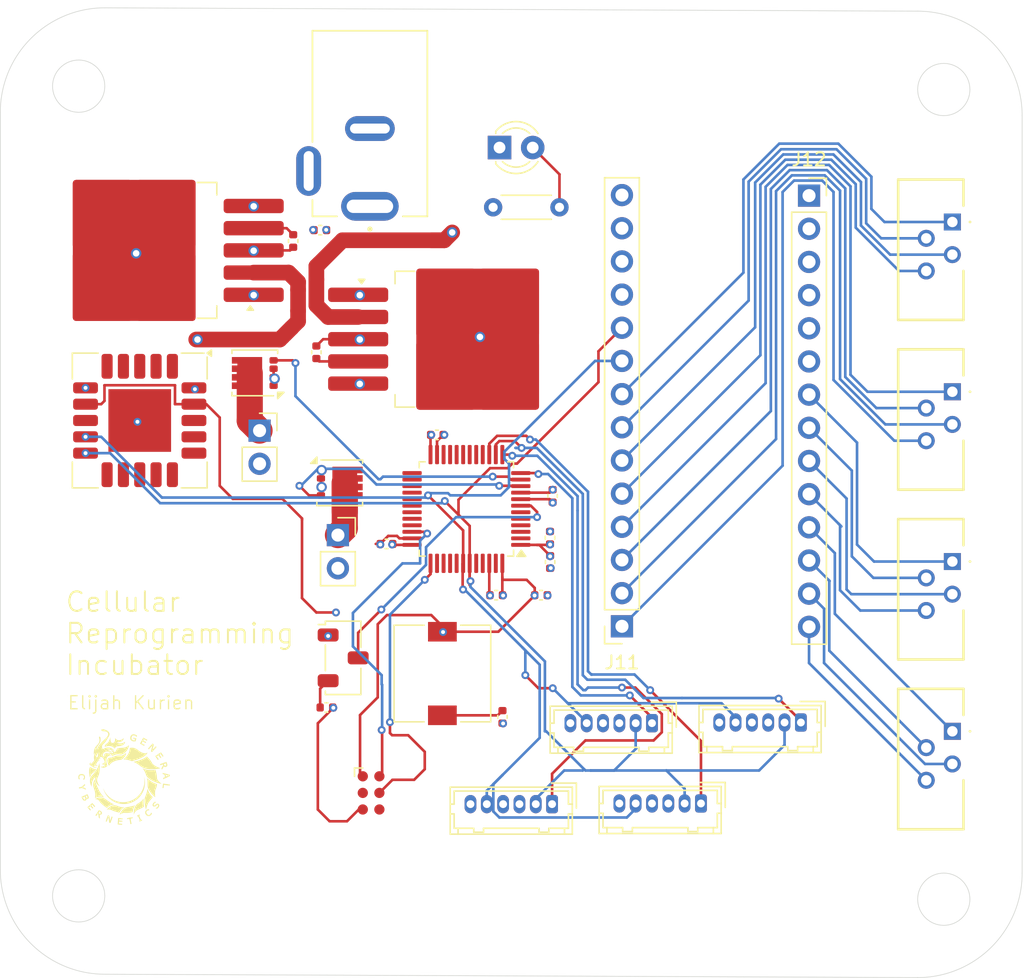
<source format=kicad_pcb>
(kicad_pcb (version 20240108) (generator "pcbnew") (generator_version "8.0")
  (layers (0 "F.Cu" signal) (1 "In1.Cu" power "Power") (2 "In2.Cu" power "GND") (31 "B.Cu" signal) (34 "B.Paste" user) (35 "F.Paste" user) (36 "B.SilkS" user "B.Silkscreen") (37 "F.SilkS" user "F.Silkscreen") (38 "B.Mask" user) (39 "F.Mask" user) (44 "Edge.Cuts" user))
  (net 0 "")
  (net 1 "GND")
  (net 2 "Net-(U4-FB)")
  (net 3 "Net-(SW2-A)")
  (net 4 "Net-(U1-FB)")
  (net 5 "+3.3V")
  (net 6 "Net-(C25-Pad1)")
  (net 7 "Net-(D2-A)")
  (net 8 "Net-(J11-Pin_5)")
  (net 9 "Net-(J11-Pin_6)")
  (net 10 "Net-(J11-Pin_8)")
  (net 11 "Net-(J11-Pin_7)")
  (net 12 "Net-(J11-Pin_1)")
  (net 13 "Net-(J11-Pin_4)")
  (net 14 "Net-(J11-Pin_2)")
  (net 15 "Net-(J11-Pin_3)")
  (net 16 "/I2C_SDA")
  (net 17 "+5V")
  (net 18 "Net-(J12-Pin_9)")
  (net 19 "Net-(J12-Pin_13)")
  (net 20 "Net-(J12-Pin_12)")
  (net 21 "Net-(J12-Pin_8)")
  (net 24 "Net-(J12-Pin_7)")
  (net 26 "Net-(J12-Pin_14)")
  (net 27 "Net-(J12-Pin_11)")
  (net 28 "Net-(J12-Pin_10)")
  (net 30 "/SWDIO")
  (net 32 "/SWCLK")
  (net 34 "Net-(J16-Pin_1)")
  (net 35 "+12V")
  (net 36 "Net-(Q1-D)")
  (net 37 "/PELT_OUT")
  (net 38 "/SOLEN_OUT")
  (net 39 "/NRST")
  (net 40 "/I2C_SCK")
  (net 43 "/IRQn3")
  (net 58 "/IRQn4")
  (net 74 "/IRQn1")
  (net 76 "/IRQn2")
  (footprint "Package_TO_SOT_SMD:TO-263-5_TabPin3" (layer "F.Cu") (at 141.05 85.375)
    (property "Reference" "U1" (hide yes))
    (property "Value" "LM2576HVS-3.3")
  )
  (footprint "Capacitor_SMD:C_0402_1005Metric" (layer "F.Cu") (at 147.4 104.975)
    (property "Reference" "C24" (hide yes))
    (property "Value" "1uF")
  )
  (footprint "Capacitor_SMD:C_0402_1005Metric" (layer "F.Cu") (at 130.5 77.025 180)
    (property "Reference" "C1" (hide yes))
    (property "Value" "1uF")
  )
  (footprint "Connector_PinSocket_2.54mm:PinSocket_1x14_P2.54mm_Vertical" (layer "F.Cu") (at 167.925 74.38)
    (property "Reference" "J12")
    (property "Value" "Conn_01x14_Pin")
  )
  (footprint "Capacitor_SMD:C_0402_1005Metric" (layer "F.Cu") (at 139.43 92.7)
    (property "Reference" "C16" (hide yes))
    (property "Value" "1uF")
  )
  (footprint "Sensor:Sensirion_SCD4x-1EP_10.1x10.1mm_P1.25mm_EP4.8x4.8mm" (layer "F.Cu") (at 116.675 91.6 -90)
    (property "Reference" "U2" (hide yes))
    (property "Value" "SCD41-D-R2")
  )
  (footprint "Capacitor_SMD:C_0402_1005Metric" (layer "F.Cu") (at 135.57 101.05 180)
    (property "Reference" "C21" (hide yes))
    (property "Value" "100nF")
  )
  (footprint "barrel_jack_EJ508A:MPD_EJ508A" (layer "F.Cu") (at 134.3 72.495 180)
    (property "Reference" "J18" (hide yes))
    (property "Value" "EJ508A")
  )
  (footprint "Connector_PinSocket_2.54mm:PinSocket_1x02_P2.54mm_Vertical" (layer "F.Cu") (at 131.85 100.375)
    (property "Reference" "J16" (hide yes))
    (property "Value" "Conn_01x02_Socket")
  )
  (footprint "microfluidics:39532045" (layer "F.Cu") (at 178.9 115.4 -90)
    (property "Reference" "J14" (hide yes))
    (property "Value" "39-53-2045" (hide yes))
  )
  (footprint "microfluidics:39532045" (layer "F.Cu") (at 178.9 102.4 -90)
    (property "Reference" "J13" (hide yes))
    (property "Value" "39-53-2045" (hide yes))
  )
  (footprint "Connector_Hirose:Hirose_DF13-06P-1.25DSA_1x06_P1.25mm_Vertical" (layer "F.Cu") (at 148.25 120.975 180)
    (property "Reference" "J4" (hide yes))
    (property "Value" "Conn_01x06_Pin")
  )
  (footprint "Package_TO_SOT_SMD:TO-263-5_TabPin3" (layer "F.Cu") (at 117.75 78.575 180)
    (property "Reference" "U4" (hide yes))
    (property "Value" "LM2576HVS-5")
  )
  (footprint "Connector_Hirose:Hirose_DF13-06P-1.25DSA_1x06_P1.25mm_Vertical" (layer "F.Cu") (at 159.65 120.925 180)
    (property "Reference" "J2" (hide yes))
    (property "Value" "Conn_01x06_Pin")
  )
  (footprint "LOGO" (layer "F.Cu") (at 115.5 119.149234)
    (property "Reference" "G***" (hide yes))
    (property "Value" "LOGO" (hide yes))
  )
  (footprint "Connector_Hirose:Hirose_DF13-06P-1.25DSA_1x06_P1.25mm_Vertical" (layer "F.Cu") (at 167.3 114.725 180)
    (property "Reference" "J1" (hide yes))
    (property "Value" "Conn_01x06_Pin")
  )
  (footprint "Package_QFP:LQFP-48_7x7mm_P0.5mm" (layer "F.Cu") (at 141.69 98.375 180)
    (property "Reference" "U6" (hide yes))
    (property "Value" "STM32F410C8Tx")
  )
  (footprint "Connector:Tag-Connect_TC2030-IDC-FP_2x03_P1.27mm_Vertical" (layer "F.Cu") (at 134.39 120.115 -90)
    (property "Reference" "J15" (hide yes))
    (property "Value" "Conn_ARM_SWD_TagConnect_TC2030")
  )
  (footprint "Connector_PinSocket_2.54mm:PinSocket_1x02_P2.54mm_Vertical" (layer "F.Cu") (at 125.85 92.375)
    (property "Reference" "PE1" (hide yes))
    (property "Value" "PeltierElement")
  )
  (footprint "Capacitor_SMD:C_0402_1005Metric" (layer "F.Cu") (at 130.97 113.575 180)
    (property "Reference" "C14" (hide yes))
    (property "Value" "100nF")
  )
  (footprint "LED_THT:LED_D3.0mm" (layer "F.Cu") (at 144.225 70.7)
    (property "Reference" "D2" (hide yes))
    (property "Value" "LED")
  )
  (footprint "Capacitor_SMD:C_0402_1005Metric" (layer "F.Cu") (at 148.1 102.435 -90)
    (property "Reference" "C2" (hide yes))
    (property "Value" "100nF")
  )
  (footprint "Capacitor_SMD:C_0402_1005Metric" (layer "F.Cu") (at 148.09 100.575 90)
    (property "Reference" "C18" (hide yes))
    (property "Value" "100nF")
  )
  (footprint "Package_SON:VSON-8_3.3x3.3mm_P0.65mm_NexFET" (layer "F.Cu") (at 131.99 96.365)
    (property "Reference" "Q2" (hide yes))
    (property "Value" "CSD16327Q3")
  )
  (footprint "Capacitor_SMD:C_0402_1005Metric" (layer "F.Cu") (at 143.97 104.975 180)
    (property "Reference" "C23" (hide yes))
    (property "Value" "100nF")
  )
  (footprint "Connector_Hirose:Hirose_DF13-06P-1.25DSA_1x06_P1.25mm_Vertical" (layer "F.Cu") (at 155.9 114.775 180)
    (property "Reference" "J3" (hide yes))
    (property "Value" "Conn_01x06_Pin")
  )
  (footprint "Package_SON:VSON-8_3.3x3.3mm_P0.65mm_NexFET" (layer "F.Cu") (at 125.485 87.965 180)
    (property "Reference" "Q1" (hide yes))
    (property "Value" "CSD16327Q3")
  )
  (footprint "Connector_PinSocket_2.54mm:PinSocket_1x14_P2.54mm_Vertical" (layer "F.Cu") (at 153.6 107.36 180)
    (property "Reference" "J11")
    (property "Value" "Conn_01x14_Pin")
  )
  (footprint "Inductor_SMD:L_7.3x7.3_H4.5" (layer "F.Cu") (at 139.85 110.975 90)
    (property "Reference" "FB2" (hide yes))
    (property "Value" "120R")
  )
  (footprint "Button_Switch_SMD:Nidec_Copal_CAS-120A" (layer "F.Cu") (at 132.25 109.775)
    (property "Reference" "SW2" (hide yes))
    (property "Value" "SW_Nidec_CAS-120A1")
  )
  (footprint "Capacitor_SMD:C_0402_1005Metric" (layer "F.Cu") (at 128.425 77.855 90)
    (property "Reference" "C11" (hide yes))
    (property "Value" "1uF")
  )
  (footprint "microfluidics:39532045" (layer "F.Cu") (at 178.9 76.4 -90)
    (property "Reference" "J8" (hide yes))
    (property "Value" "39-53-2045" (hide yes))
  )
  (footprint "Capacitor_SMD:C_0402_1005Metric" (layer "F.Cu") (at 148.29 97.375 -90)
    (property "Reference" "C22" (hide yes))
    (property "Value" "100nF")
  )
  (footprint "Capacitor_SMD:C_0402_1005Metric" (layer "F.Cu") (at 130.2 86.375 -90)
    (property "Reference" "C15" (hide yes))
    (property "Value" "100nF")
  )
  (footprint "Resistor_THT:R_Axial_DIN0204_L3.6mm_D1.6mm_P5.08mm_Horizontal" (layer "F.Cu") (at 143.735 75.275)
    (property "Reference" "R2" (hide yes))
    (property "Value" "220R")
  )
  (footprint "microfluidics:39532045" (layer "F.Cu") (at 178.9 89.4 -90)
    (property "Reference" "J10" (hide yes))
    (property "Value" "39-53-2045" (hide yes))
  )
  (footprint "Capacitor_SMD:C_0402_1005Metric" (layer "F.Cu") (at 144.45 114.295 -90)
    (property "Reference" "C25" (hide yes))
    (property "Value" "1uF")
  )
  (gr_arc (start 184.243146 126.256854) (mid 181.9 131.913708) (end 176.243146 134.256854) (stroke (width 0.05)) (layer "Edge.Cuts"))
  (gr_line (start 114 134) (end 176.243146 134.256854) (stroke (width 0.05)) (layer "Edge.Cuts"))
  (gr_circle (center 178.243146 128.256854) (end 178.243146 126.256854) (stroke (width 0.05)) (fill none) (layer "Edge.Cuts"))
  (gr_line (start 106 68) (end 106 126) (stroke (width 0.05)) (layer "Edge.Cuts"))
  (gr_line (start 114 60) (end 176.243146 60.256854) (stroke (width 0.05)) (layer "Edge.Cuts"))
  (gr_circle (center 112 128) (end 112 126) (stroke (width 0.05)) (fill none) (layer "Edge.Cuts"))
  (gr_arc (start 106 68) (mid 108.343146 62.343146) (end 114 60) (stroke (width 0.05)) (layer "Edge.Cuts"))
  (gr_arc (start 176.243146 60.256854) (mid 181.9 62.6) (end 184.243146 68.256854) (stroke (width 0.05)) (layer "Edge.Cuts"))
  (gr_line (start 184.243146 68.256854) (end 184.243146 126.256854) (stroke (width 0.05)) (layer "Edge.Cuts"))
  (gr_arc (start 114 134) (mid 108.343146 131.656854) (end 106 126) (stroke (width 0.05)) (layer "Edge.Cuts"))
  (gr_circle (center 178.243146 66.256854) (end 178.243146 64.256854) (stroke (width 0.05)) (fill none) (layer "Edge.Cuts"))
  (gr_circle (center 112 66) (end 112 64) (stroke (width 0.05)) (fill none) (layer "Edge.Cuts"))
  (gr_text "Elijah Kurien" (at 111.1 113.8 0) (layer "F.SilkS") (effects (font (size 1 1) (thickness 0.1)) (justify left bottom)))
  (gr_text "Cellular\nReprogramming\nIncubator" (at 110.9 111.2 0) (layer "F.SilkS") (effects (font (size 1.5 1.5)) (justify left bottom)))
  (segment (start 140 92.7) (end 140 92.61) (width 0.2) (layer "F.Cu") (net 1))
  (segment (start 130.31255 114.78745) (end 131.5 113.6) (width 0.2) (layer "F.Cu") (net 1))
  (segment (start 129.95 77) (end 129.975 77.025) (width 0.2) (layer "F.Cu") (net 1))
  (segment (start 129.875979 77.025) (end 129.925 77.025) (width 0.2) (layer "F.Cu") (net 1))
  (segment (start 137.5275 100.625) (end 136.561134 100.625) (width 0.2) (layer "F.Cu") (net 1))
  (segment (start 130.025 77.025) (end 130.05 77) (width 0.2) (layer "F.Cu") (net 1))
  (segment (start 135.1 101.1) (end 135.1 101.065) (width 0.2) (layer "F.Cu") (net 1))
  (segment (start 130.31255 121.386833) (end 130.31255 114.78745) (width 0.2) (layer "F.Cu") (net 1))
  (segment (start 132.546115 122.28745) (end 131.213167 122.28745) (width 0.2) (layer "F.Cu") (net 1))
  (segment (start 135.7 100.44) (end 135.09 101.05) (width 0.2) (layer "F.Cu") (net 1))
  (segment (start 140 92.61) (end 139.91 92.7) (width 0.2) (layer "F.Cu") (net 1))
  (segment (start 133.448565 121.385) (end 132.546115 122.28745) (width 0.2) (layer "F.Cu") (net 1))
  (segment (start 128.185 78.575) (end 128.425 78.335) (width 0.2) (layer "F.Cu") (net 1))
  (segment (start 136.376134 100.44) (end 135.7 100.44) (width 0.2) (layer "F.Cu") (net 1))
  (segment (start 131.213167 122.28745) (end 130.31255 121.386833) (width 0.2) (layer "F.Cu") (net 1))
  (segment (start 135.135 101.1) (end 135.1 101.1) (width 0.2) (layer "F.Cu") (net 1))
  (segment (start 133.4 85.375) (end 130.72 85.375) (width 0.2) (layer "F.Cu") (net 1))
  (segment (start 143.44 104.925) (end 143.49 104.975) (width 0.2) (layer "F.Cu") (net 1))
  (segment (start 148.06 97.625) (end 148.29 97.855) (width 0.2) (layer "F.Cu") (net 1))
  (segment (start 135.09 101.05) (end 134.75 101.05) (width 0.2) (layer "F.Cu") (net 1))
  (segment (start 139.44 93.17) (end 139.91 92.7) (width 0.2) (layer "F.Cu") (net 1))
  (segment (start 136.561134 100.625) (end 136.376134 100.44) (width 0.2) (layer "F.Cu") (net 1))
  (segment (start 143.44 102.5375) (end 143.44 104.925) (width 0.2) (layer "F.Cu") (net 1))
  (segment (start 135.16 101.125) (end 135.135 101.1) (width 0.2) (layer "F.Cu") (net 1))
  (segment (start 130.72 85.375) (end 130.2 85.895) (width 0.2) (layer "F.Cu") (net 1))
  (segment (start 135.1 101.065) (end 135.09 101.055) (width 0.2) (layer "F.Cu") (net 1))
  (segment (start 129.850201 76.999222) (end 129.875979 77.025) (width 0.2) (layer "F.Cu") (net 1))
  (segment (start 129.925 77.025) (end 129.95 77) (width 0.2) (layer "F.Cu") (net 1))
  (segment (start 139.91 92.7) (end 140 92.7) (width 0.2) (layer "F.Cu") (net 1))
  (segment (start 145.8525 97.625) (end 148.06 97.625) (width 0.2) (layer "F.Cu") (net 1))
  (segment (start 129.875979 77.025) (end 130.025 77.025) (width 0.2) (layer "F.Cu") (net 1))
  (segment (start 125.4 78.575) (end 128.185 78.575) (width 0.2) (layer "F.Cu") (net 1))
  (segment (start 129.975 77.025) (end 130.02 77.025) (width 0.2) (layer "F.Cu") (net 1))
  (segment (start 139.44 94.2125) (end 139.44 93.17) (width 0.2) (layer "F.Cu") (net 1))
  (segment (start 133.755 121.385) (end 133.448565 121.385) (width 0.2) (layer "F.Cu") (net 1))
  (via (at 148.1 100.1) (size 0.6) (drill 0.3) (layers "F.Cu" "B.Cu") (net 1))
  (via (at 125.4 75.2) (size 0.8) (drill 0.5) (layers "F.Cu" "B.Cu") (net 1))
  (via (at 131.5 113.6) (size 0.6) (drill 0.3) (layers "F.Cu" "B.Cu") (net 1))
  (via (at 120.9 89.2) (size 0.6) (drill 0.3) (layers "F.Cu" "B.Cu") (net 1))
  (via (at 116.5 91.7) (size 0.6) (drill 0.3) (layers "F.Cu" "B.Cu") (net 1))
  (via (at 133.525 85.4) (size 0.8) (drill 0.5) (layers "F.Cu" "B.Cu") (net 1))
  (via (at 144.5 114.8) (size 0.6) (drill 0.3) (layers "F.Cu" "B.Cu") (net 1))
  (via (at 148.15 102.9) (size 0.6) (drill 0.3) (layers "F.Cu" "B.Cu") (net 1))
  (via (at 125.4 78.6) (size 0.8) (drill 0.5) (layers "F.Cu" "B.Cu") (net 1))
  (via (at 140 92.7) (size 0.6) (drill 0.3) (layers "F.Cu" "B.Cu") (net 1))
  (via (at 129.95 77) (size 0.6) (drill 0.3) (layers "F.Cu" "B.Cu") (net 1))
  (via (at 116.4 78.8) (size 0.8) (drill 0.5) (layers "F.Cu" "B.Cu") (net 1))
  (via (at 131.1 108.1) (size 0.6) (drill 0.3) (layers "F.Cu" "B.Cu") (net 1))
  (via (at 148.3 97.9) (size 0.6) (drill 0.3) (layers "F.Cu" "B.Cu") (net 1))
  (via (at 147.91 105) (size 0.6) (drill 0.3) (layers "F.Cu" "B.Cu") (net 1))
  (via (at 143.5 105) (size 0.6) (drill 0.3) (layers "F.Cu" "B.Cu") (net 1))
  (via (at 112.525 89.1) (size 0.6) (drill 0.3) (layers "F.Cu" "B.Cu") (net 1))
  (via (at 135.1 101.1) (size 0.6) (drill 0.3) (layers "F.Cu" "B.Cu") (net 1))
  (via (at 133.525 88.8) (size 0.8) (drill 0.5) (layers "F.Cu" "B.Cu") (net 1))
  (via (at 142.725 85.2) (size 0.8) (drill 0.5) (layers "F.Cu" "B.Cu") (net 1))
  (segment (start 127.925 76.875) (end 128.425 77.375) (width 0.2) (layer "F.Cu") (net 2))
  (segment (start 125.4 76.875) (end 127.925 76.875) (width 0.2) (layer "F.Cu") (net 2))
  (segment (start 130.49 112.135) (end 130.49 113.575) (width 0.2) (layer "F.Cu") (net 3))
  (segment (start 131.1 111.525) (end 130.49 112.135) (width 0.2) (layer "F.Cu") (net 3))
  (segment (start 130.42 87.075) (end 130.2 86.855) (width 0.2) (layer "F.Cu") (net 4))
  (segment (start 133.4 87.075) (end 130.42 87.075) (width 0.2) (layer "F.Cu") (net 4))
  (segment (start 136.1 101.1) (end 136 101.1) (width 0.2) (layer "F.Cu") (net 5))
  (segment (start 122.8 91.375001) (end 122.8 96.6) (width 0.2) (layer "F.Cu") (net 5))
  (segment (start 148.3 96.885) (end 148.29 96.895) (width 0.2) (layer "F.Cu") (net 5))
  (segment (start 134.9 112.8) (end 134.9 107.2) (width 0.2) (layer "F.Cu") (net 5))
  (segment (start 144.135 107.775) (end 139.925 107.775) (width 0.2) (layer "F.Cu") (net 5))
  (segment (start 144.5 105.025) (end 144.45 104.975) (width 0.2) (layer "F.Cu") (net 5))
  (segment (start 138.94 94.2125) (end 138.94 92.71) (width 0.2) (layer "F.Cu") (net 5))
  (segment (start 133.755 118.845) (end 133.5447 118.6347) (width 0.2) (layer "F.Cu") (net 5))
  (segment (start 147.1 101.125) (end 148.02 101.125) (width 0.2) (layer "F.Cu") (net 5))
  (segment (start 113.725 90.35) (end 112.525 90.35) (width 0.2) (layer "F.Cu") (net 5))
  (segment (start 123.8 97.6) (end 127.6 97.6) (width 0.2) (layer "F.Cu") (net 5))
  (segment (start 137.5275 101.125) (end 136.125 101.125) (width 0.2) (layer "F.Cu") (net 5))
  (segment (start 148.045 101.1) (end 148.1 101.1) (width 0.2) (layer "F.Cu") (net 5))
  (segment (start 139 106.5) (end 139.85 107.35) (width 0.2) (layer "F.Cu") (net 5))
  (segment (start 136 101) (end 136.05 101.05) (width 0.2) (layer "F.Cu") (net 5))
  (segment (start 144.5 105) (end 144.5 105.025) (width 0.2) (layer "F.Cu") (net 5))
  (segment (start 139 92.7) (end 139 92.65) (width 0.2) (layer "F.Cu") (net 5))
  (segment (start 148.02 101.125) (end 148.045 101.1) (width 0.2) (layer "F.Cu") (net 5))
  (segment (start 140.6 77.2) (end 140 77.8) (width 1.2) (layer "F.Cu") (net 5))
  (segment (start 146.685 104.975) (end 146.91 105) (width 0.2) (layer "F.Cu") (net 5))
  (segment (start 113.975 88.9) (end 113.975 90.1) (width 0.2) (layer "F.Cu") (net 5))
  (segment (start 148.1 101.1) (end 148.1 101.045) (width 0.2) (layer "F.Cu") (net 5))
  (segment (start 133.5447 114.1553) (end 134.9 112.8) (width 0.2) (layer "F.Cu") (net 5))
  (segment (start 148.3 96.9) (end 148.3 96.885) (width 0.2) (layer "F.Cu") (net 5))
  (segment (start 136 101.1) (end 136 101) (width 0.2) (layer "F.Cu") (net 5))
  (segment (start 139 92.65) (end 138.95 92.7) (width 0.2) (layer "F.Cu") (net 5))
  (segment (start 144.44 103.6) (end 144.44 103.84) (width 0.2) (layer "F.Cu") (net 5))
  (segment (start 144.475 105) (end 144.5 105) (width 0.2) (layer "F.Cu") (net 5))
  (segment (start 140 77.8) (end 132.2 77.8) (width 1.2) (layer "F.Cu") (net 5))
  (segment (start 129.1 105.2) (end 130.2 106.3) (width 0.2) (layer "F.Cu") (net 5))
  (segment (start 129.1 99.1) (end 129.1 99.2) (width 0.2) (layer "F.Cu") (net 5))
  (segment (start 146.91 105) (end 144.135 107.775) (width 0.2) (layer "F.Cu") (net 5))
  (segment (start 145.8525 101.125) (end 147.1 101.125) (width 0.2) (layer "F.Cu") (net 5))
  (segment (start 132.2 77.8) (end 130.2 79.8) (width 1.2) (layer "F.Cu") (net 5))
  (segment (start 131.1 83.675) (end 133.4 83.675) (width 1.2) (layer "F.Cu") (net 5))
  (segment (start 144.44 103.6) (end 144.44 104.965) (width 0.2) (layer "F.Cu") (net 5))
  (segment (start 148.285 96.9) (end 148.3 96.9) (width 0.2) (layer "F.Cu") (net 5))
  (segment (start 134.9 107.2) (end 135.6 106.5) (width 0.2) (layer "F.Cu") (net 5))
  (segment (start 130.2 80.8) (end 130.2 79.8) (width 1.2) (layer "F.Cu") (net 5))
  (segment (start 129.1 99.2) (end 129.1 105.2) (width 0.2) (layer "F.Cu") (net 5))
  (segment (start 146.3 103.8) (end 146.92 104.42) (width 0.2) (layer "F.Cu") (net 5))
  (segment (start 140 77.8) (end 139 77.8) (width 1.2) (layer "F.Cu") (net 5))
  (segment (start 130.2 106.3) (end 131.7 106.3) (width 0.2) (layer "F.Cu") (net 5))
  (segment (start 139.925 107.775) (end 139.9 107.8) (width 0.2) (layer "F.Cu") (net 5))
  (segment (start 130.2 79.8) (end 130.4 79.6) (width 1.2) (layer "F.Cu") (net 5))
  (segment (start 148.1 101.955) (end 148.1 102) (width 0.2) (layer "F.Cu") (net 5))
  (segment (start 148.06 97.125) (end 148.285 96.9) (width 0.2) (layer "F.Cu") (net 5))
  (segment (start 133.5447 118.6347) (end 133.5447 114.1553) (width 0.2) (layer "F.Cu") (net 5))
  (segment (start 122.8 96.6) (end 123.8 97.6) (width 0.2) (layer "F.Cu") (net 5))
  (segment (start 144.44 104.965) (end 144.475 105) (width 0.2) (layer "F.Cu") (net 5))
  (segment (start 119.375 90.35) (end 119.375 88.9) (width 0.2) (layer "F.Cu") (net 5))
  (segment (start 138.95 92.7) (end 139 92.7) (width 0.2) (layer "F.Cu") (net 5))
  (segment (start 148.1 101.045) (end 148.09 101.055) (width 0.2) (layer "F.Cu") (net 5))
  (segment (start 121.774999 90.35) (end 122.8 91.375001) (width 0.2) (layer "F.Cu") (net 5))
  (segment (start 138.94 92.71) (end 138.95 92.7) (width 0.2) (layer "F.Cu") (net 5))
  (segment (start 144.48 103.8) (end 146.3 103.8) (width 0.2) (layer "F.Cu") (net 5))
  (segment (start 148.145 102) (end 148.1 101.955) (width 0.2) (layer "F.Cu") (net 5))
  (segment (start 144.44 103.84) (end 144.48 103.8) (width 0.2) (layer "F.Cu") (net 5))
  (segment (start 146.92 104.42) (end 146.92 104.975) (width 0.2) (layer "F.Cu") (net 5))
  (segment (start 147.27 101.125) (end 148.1 101.955) (width 0.2) (layer "F.Cu") (net 5))
  (segment (start 130.2 82.775) (end 130.2 80.8) (width 1.2) (layer "F.Cu") (net 5))
  (segment (start 144.44 102.5375) (end 144.44 103.6) (width 0.2) (layer "F.Cu") (net 5))
  (segment (start 120.825 90.35) (end 121.774999 90.35) (width 0.2) (layer "F.Cu") (net 5))
  (segment (start 148.1 102) (end 148.145 102) (width 0.2) (layer "F.Cu") (net 5))
  (segment (start 139.9 107.8) (end 139.875 107.775) (width 0.2) (layer "F.Cu") (net 5))
  (segment (start 130.2 82.775) (end 131.1 83.675) (width 1.2) (layer "F.Cu") (net 5))
  (segment (start 147.1 101.125) (end 147.27 101.125) (width 0.2) (layer "F.Cu") (net 5))
  (segment (start 145.8525 97.125) (end 148.06 97.125) (width 0.2) (layer "F.Cu") (net 5))
  (segment (start 119.375 88.9) (end 113.975 88.9) (width 0.2) (layer "F.Cu") (net 5))
  (segment (start 135.6 106.5) (end 139 106.5) (width 0.2) (layer "F.Cu") (net 5))
  (segment (start 138.95 94.2025) (end 138.94 94.2125) (width 0.2) (layer "F.Cu") (net 5))
  (segment (start 136.125 101.125) (end 136.1 101.1) (width 0.2) (layer "F.Cu") (net 5))
  (segment (start 113.975 90.1) (end 113.725 90.35) (width 0.2) (layer "F.Cu") (net 5))
  (segment (start 120.825 90.35) (end 119.375 90.35) (width 0.2) (layer "F.Cu") (net 5))
  (segment (start 146.91 105) (end 146.92 104.975) (width 0.2) (layer "F.Cu") (net 5))
  (segment (start 139.85 107.35) (end 139.85 107.775) (width 0.2) (layer "F.Cu") (net 5))
  (segment (start 127.6 97.6) (end 129.1 99.1) (width 0.2) (layer "F.Cu") (net 5))
  (segment (start 139.875 107.775) (end 139.85 107.775) (width 0.2) (layer "F.Cu") (net 5))
  (via (at 148.1 101.1) (size 0.6) (drill 0.3) (layers "F.Cu" "B.Cu") (net 5))
  (via (at 131.7 106.3) (size 0.6) (drill 0.3) (layers "F.Cu" "B.Cu") (net 5))
  (via (at 146.91 105) (size 0.6) (drill 0.3) (layers "F.Cu" "B.Cu") (net 5))
  (via (at 136 101.1) (size 0.6) (drill 0.3) (layers "F.Cu" "B.Cu") (net 5))
  (via (at 139 92.7) (size 0.6) (drill 0.3) (layers "F.Cu" "B.Cu") (net 5))
  (via (at 139.9 107.8) (size 0.6) (drill 0.3) (layers "F.Cu" "B.Cu") (net 5))
  (via (at 148.3 96.9) (size 0.6) (drill 0.3) (layers "F.Cu" "B.Cu") (net 5))
  (via (at 148.1 102) (size 0.6) (drill 0.3) (layers "F.Cu" "B.Cu") (net 5))
  (via (at 140.6 77.2) (size 0.8) (drill 0.5) (layers "F.Cu" "B.Cu") (net 5))
  (via (at 144.5 105) (size 0.6) (drill 0.3) (layers "F.Cu" "B.Cu") (net 5))
  (segment (start 139.85 114.175) (end 144.09 114.175) (width 0.2) (layer "F.Cu") (net 6))
  (segment (start 144.09 114.175) (end 144.45 113.815) (width 0.2) (layer "F.Cu") (net 6))
  (segment (start 148.815 72.75) (end 146.765 70.7) (width 0.2) (layer "F.Cu") (net 7))
  (segment (start 148.815 75.275) (end 148.815 72.75) (width 0.2) (layer "F.Cu") (net 7))
  (segment (start 153.6 97.2) (end 164.2 86.6) (width 0.2) (layer "B.Cu") (net 8))
  (segment (start 164.2 73.542256) (end 166.112256 71.63) (width 0.2) (layer "B.Cu") (net 8))
  (segment (start 174.818628 80.15) (end 176.9 80.15) (width 0.2) (layer "B.Cu") (net 8))
  (segment (start 171.5 73.502942) (end 171.5 76.831372) (width 0.2) (layer "B.Cu") (net 8))
  (segment (start 164.2 86.6) (end 164.2 73.542256) (width 0.2) (layer "B.Cu") (net 8))
  (segment (start 169.627058 71.63) (end 171.5 73.502942) (width 0.2) (layer "B.Cu") (net 8))
  (segment (start 171.5 76.831372) (end 174.818628 80.15) (width 0.2) (layer "B.Cu") (net 8))
  (segment (start 166.112256 71.63) (end 169.627058 71.63) (width 0.2) (layer "B.Cu") (net 8))
  (segment (start 171.9 73.337256) (end 171.9 76.665686) (width 0.2) (layer "B.Cu") (net 9))
  (segment (start 163.8 84.46) (end 163.8 73.37657) (width 0.2) (layer "B.Cu") (net 9))
  (segment (start 165.94657 71.23) (end 169.792744 71.23) (width 0.2) (layer "B.Cu") (net 9))
  (segment (start 174.134314 78.9) (end 178.9 78.9) (width 0.2) (layer "B.Cu") (net 9))
  (segment (start 153.6 94.66) (end 163.8 84.46) (width 0.2) (layer "B.Cu") (net 9))
  (segment (start 171.9 76.665686) (end 174.134314 78.9) (width 0.2) (layer "B.Cu") (net 9))
  (segment (start 169.792744 71.23) (end 171.9 73.337256) (width 0.2) (layer "B.Cu") (net 9))
  (segment (start 163.8 73.37657) (end 165.94657 71.23) (width 0.2) (layer "B.Cu") (net 9))
  (segment (start 172.7 72.934314) (end 172.7 75.4) (width 0.2) (layer "B.Cu") (net 10))
  (segment (start 170.165686 70.4) (end 172.7 72.934314) (width 0.2) (layer "B.Cu") (net 10))
  (segment (start 162.9 73.145199) (end 165.645199 70.4) (width 0.2) (layer "B.Cu") (net 10))
  (segment (start 173.7 76.4) (end 178.9 76.4) (width 0.2) (layer "B.Cu") (net 10))
  (segment (start 165.645199 70.4) (end 170.165686 70.4) (width 0.2) (layer "B.Cu") (net 10))
  (segment (start 162.9 80.28) (end 162.9 73.145199) (width 0.2) (layer "B.Cu") (net 10))
  (segment (start 153.6 89.58) (end 162.9 80.28) (width 0.2) (layer "B.Cu") (net 10))
  (segment (start 172.7 75.4) (end 173.7 76.4) (width 0.2) (layer "B.Cu") (net 10))
  (segment (start 170.03 70.83) (end 172.3 73.1) (width 0.2) (layer "B.Cu") (net 11))
  (segment (start 172.3 76.5) (end 173.45 77.65) (width 0.2) (layer "B.Cu") (net 11))
  (segment (start 153.6 92.12) (end 163.3 82.42) (width 0.2) (layer "B.Cu") (net 11))
  (segment (start 165.780885 70.83) (end 170.03 70.83) (width 0.2) (layer "B.Cu") (net 11))
  (segment (start 173.45 77.65) (end 176.9 77.65) (width 0.2) (layer "B.Cu") (net 11))
  (segment (start 163.3 73.310885) (end 165.780885 70.83) (width 0.2) (layer "B.Cu") (net 11))
  (segment (start 163.3 82.42) (end 163.3 73.310885) (width 0.2) (layer "B.Cu") (net 11))
  (segment (start 172.3 73.1) (end 172.3 76.5) (width 0.2) (layer "B.Cu") (net 11))
  (segment (start 165.9 95.06) (end 165.9 74.105) (width 0.2) (layer "B.Cu") (net 12))
  (segment (start 165.9 74.105) (end 166.775 73.23) (width 0.2) (layer "B.Cu") (net 12))
  (segment (start 169.8 88.497057) (end 174.452943 93.15) (width 0.2) (layer "B.Cu") (net 12))
  (segment (start 169.8 74.1) (end 169.8 88.497057) (width 0.2) (layer "B.Cu") (net 12))
  (segment (start 166.775 73.23) (end 168.93 73.23) (width 0.2) (layer "B.Cu") (net 12))
  (segment (start 174.452943 93.15) (end 176.9 93.15) (width 0.2) (layer "B.Cu") (net 12))
  (segment (start 168.93 73.23) (end 169.8 74.1) (width 0.2) (layer "B.Cu") (net 12))
  (segment (start 153.6 107.36) (end 165.9 95.06) (width 0.2) (layer "B.Cu") (net 12))
  (segment (start 171.1 88.1) (end 172.4 89.4) (width 0.2) (layer "B.Cu") (net 13))
  (segment (start 172.4 89.4) (end 178.9 89.4) (width 0.2) (layer "B.Cu") (net 13))
  (segment (start 164.6 88.74) (end 164.6 73.707942) (width 0.2) (layer "B.Cu") (net 13))
  (segment (start 171.1 73.668628) (end 171.1 88.1) (width 0.2) (layer "B.Cu") (net 13))
  (segment (start 166.277942 72.03) (end 169.461372 72.03) (width 0.2) (layer "B.Cu") (net 13))
  (segment (start 164.6 73.707942) (end 166.277942 72.03) (width 0.2) (layer "B.Cu") (net 13))
  (segment (start 169.461372 72.03) (end 171.1 73.668628) (width 0.2) (layer "B.Cu") (net 13))
  (segment (start 153.6 99.74) (end 164.6 88.74) (width 0.2) (layer "B.Cu") (net 13))
  (segment (start 165.4 93.02) (end 165.4 74.039314) (width 0.2) (layer "B.Cu") (net 14))
  (segment (start 170.3 88.431372) (end 173.768628 91.9) (width 0.2) (layer "B.Cu") (net 14))
  (segment (start 173.768628 91.9) (end 178.9 91.9) (width 0.2) (layer "B.Cu") (net 14))
  (segment (start 165.4 74.039314) (end 166.609314 72.83) (width 0.2) (layer "B.Cu") (net 14))
  (segment (start 169.13 72.83) (end 170.3 74) (width 0.2) (layer "B.Cu") (net 14))
  (segment (start 153.6 104.82) (end 165.4 93.02) (width 0.2) (layer "B.Cu") (net 14))
  (segment (start 166.609314 72.83) (end 169.13 72.83) (width 0.2) (layer "B.Cu") (net 14))
  (segment (start 170.3 74) (end 170.3 88.431372) (width 0.2) (layer "B.Cu") (net 14))
  (segment (start 165 90.88) (end 165 73.873628) (width 0.2) (layer "B.Cu") (net 15))
  (segment (start 169.295686 72.43) (end 170.7 73.834314) (width 0.2) (layer "B.Cu") (net 15))
  (segment (start 173.084314 90.65) (end 176.9 90.65) (width 0.2) (layer "B.Cu") (net 15))
  (segment (start 166.443628 72.43) (end 169.295686 72.43) (width 0.2) (layer "B.Cu") (net 15))
  (segment (start 165 73.873628) (end 166.443628 72.43) (width 0.2) (layer "B.Cu") (net 15))
  (segment (start 170.7 73.834314) (end 170.7 88.265686) (width 0.2) (layer "B.Cu") (net 15))
  (segment (start 170.7 88.265686) (end 173.084314 90.65) (width 0.2) (layer "B.Cu") (net 15))
  (segment (start 153.6 102.28) (end 165 90.88) (width 0.2) (layer "B.Cu") (net 15))
  (segment (start 141.94 104.202832) (end 141.94 99.672638) (width 0.2) (layer "F.Cu") (net 16))
  (segment (start 141.94 99.672638) (end 141.083681 98.816319) (width 0.2) (layer "F.Cu") (net 16))
  (segment (start 141.94 102.5375) (end 141.94 104.202832) (width 0.2) (layer "F.Cu") (net 16))
  (segment (start 151.8 86.3) (end 153.6 84.5) (width 0.2) (layer "F.Cu") (net 16))
  (segment (start 141.083681 98.816319) (end 140.033683 97.766321) (width 0.2) (layer "F.Cu") (net 16))
  (segment (start 151.8 88.664073) (end 151.8 86.3) (width 0.2) (layer "F.Cu") (net 16))
  (segment (start 141.083681 97.668032) (end 143.501713 95.25) (width 0.2) (layer "F.Cu") (net 16))
  (segment (start 143.501713 95.25) (end 144.85 95.25) (width 0.2) (layer "F.Cu") (net 16))
  (segment (start 144.85 95.25) (end 145.2 94.9) (width 0.2) (layer "F.Cu") (net 16))
  (segment (start 145.2 94.9) (end 145.564073 94.9) (width 0.2) (layer "F.Cu") (net 16))
  (segment (start 141.94 102.5375) (end 141.94 103.84) (width 0.2) (layer "F.Cu") (net 16))
  (segment (start 141.94 103.84) (end 142 103.9) (width 0.2) (layer "F.Cu") (net 16))
  (segment (start 145.564073 94.9) (end 151.8 88.664073) (width 0.2) (layer "F.Cu") (net 16))
  (segment (start 141.083681 98.816319) (end 141.083681 97.668032) (width 0.2) (layer "F.Cu") (net 16))
  (via (at 142 103.9) (size 0.6) (drill 0.3) (layers "F.Cu" "B.Cu") (net 16))
  (via (at 112.525 94.1) (size 0.6) (drill 0.3) (layers "F.Cu" "B.Cu") (net 16))
  (via (at 140.033683 97.766321) (size 0.6) (drill 0.3) (layers "F.Cu" "B.Cu") (net 16))
  (segment (start 153 118.4) (end 154.7 116.7) (width 0.2) (layer "B.Cu") (net 16))
  (segment (start 139.86871 97.931294) (end 140.033683 97.766321) (width 0.2) (layer "B.Cu") (net 16))
  (segment (start 164.1 118.4) (end 166.05 116.45) (width 0.2) (layer "B.Cu") (net 16))
  (segment (start 154.7 116.7) (end 154.65 116.65) (width 0.2) (layer "B.Cu") (net 16))
  (segment (start 151.2 118.4) (end 157 118.4) (width 0.2) (layer "B.Cu") (net 16))
  (segment (start 150.6 118.4) (end 149.175 118.4) (width 0.2) (layer "B.Cu") (net 16))
  (segment (start 142 104.348529) (end 147.7 110.048529) (width 0.2) (layer "B.Cu") (net 16))
  (segment (start 150.8 118.4) (end 151.2 118.4) (width 0.2) (layer "B.Cu") (net 16))
  (segment (start 118.240606 97.931294) (end 139.86871 97.931294) (width 0.2) (layer "B.Cu") (net 16))
  (segment (start 147.7 110.048529) (end 147.7 115.4) (width 0.2) (layer "B.Cu") (net 16))
  (segment (start 150.7 118.3) (end 150.6 118.4) (width 0.2) (layer "B.Cu") (net 16))
  (segment (start 147 120.575) (end 147 120.975) (width 0.2) (layer "B.Cu") (net 16))
  (segment (start 158.4 119.8) (end 158.4 120.925) (width 0.2) (layer "B.Cu") (net 16))
  (segment (start 114.409312 94.1) (end 118.240606 97.931294) (width 0.2) (layer "B.Cu") (net 16))
  (segment (start 166.05 116.45) (end 166.05 114.725) (width 0.2) (layer "B.Cu") (net 16))
  (segment (start 150.7 118.3) (end 150.8 118.4) (width 0.2) (layer "B.Cu") (net 16))
  (segment (start 147.7 115.4) (end 147.8 115.4) (width 0.2) (layer "B.Cu") (net 16))
  (segment (start 157 118.4) (end 158.4 119.8) (width 0.2) (layer "B.Cu") (net 16))
  (segment (start 154.65 116.65) (end 154.65 114.775) (width 0.2) (layer "B.Cu") (net 16))
  (segment (start 147.8 115.4) (end 150.7 118.3) (width 0.2) (layer "B.Cu") (net 16))
  (segment (start 157 118.4) (end 164.1 118.4) (width 0.2) (layer "B.Cu") (net 16))
  (segment (start 151.2 118.4) (end 153 118.4) (width 0.2) (layer "B.Cu") (net 16))
  (segment (start 149.175 118.4) (end 147 120.575) (width 0.2) (layer "B.Cu") (net 16))
  (segment (start 112.525 94.1) (end 114.409312 94.1) (width 0.2) (layer "B.Cu") (net 16))
  (segment (start 142 103.9) (end 142 104.348529) (width 0.2) (layer "B.Cu") (net 16))
  (segment (start 128.3 84.5) (end 127.6 85.2) (width 1.2) (layer "F.Cu") (net 17))
  (segment (start 128.8 81) (end 128.075 80.275) (width 1.2) (layer "F.Cu") (net 17))
  (segment (start 128.8 81.6) (end 128.8 81) (width 1.2) (layer "F.Cu") (net 17))
  (segment (start 128.8 84) (end 128.3 84.5) (width 1.2) (layer "F.Cu") (net 17))
  (segment (start 127.4 85.4) (end 121 85.4) (width 1.2) (layer "F.Cu") (net 17))
  (segment (start 128.3 84.5) (end 127.8 85) (width 1.2) (layer "F.Cu") (net 17))
  (segment (start 128.2 80.4) (end 128.8 81) (width 1.2) (layer "F.Cu") (net 17))
  (segment (start 128.075 80.275) (end 128.2 80.4) (width 0.2) (layer "F.Cu") (net 17))
  (segment (start 127.6 85.2) (end 127.4 85.4) (width 1.2) (layer "F.Cu") (net 17))
  (segment (start 128.8 81.6) (end 128.8 83.2) (width 1.2) (layer "F.Cu") (net 17))
  (segment (start 128.8 83.2) (end 128.8 84) (width 1.2) (layer "F.Cu") (net 17))
  (segment (start 128.075 80.275) (end 125.4 80.275) (width 1.2) (layer "F.Cu") (net 17))
  (via (at 121.1 85.4) (size 0.8) (drill 0.5) (layers "F.Cu" "B.Cu") (net 17))
  (segment (start 171.165686 104.9) (end 178.9 104.9) (width 0.2) (layer "B.Cu") (net 18))
  (segment (start 170.8 97.575) (end 170.8 104.534314) (width 0.2) (layer "B.Cu") (net 18))
  (segment (start 167.925 94.7) (end 170.8 97.575) (width 0.2) (layer "B.Cu") (net 18))
  (segment (start 170.8 104.534314) (end 171.165686 104.9) (width 0.2) (layer "B.Cu") (net 18))
  (segment (start 169.075 106.01) (end 169.075 110.168503) (width 0.2) (layer "B.Cu") (net 19))
  (segment (start 169.075 110.168503) (end 176.806497 117.9) (width 0.2) (layer "B.Cu") (net 19))
  (segment (start 176.806497 117.9) (end 178.9 117.9) (width 0.2) (layer "B.Cu") (net 19))
  (segment (start 167.925 104.86) (end 169.075 106.01) (width 0.2) (layer "B.Cu") (net 19))
  (segment (start 169.475 109.225) (end 176.9 116.65) (width 0.2) (layer "B.Cu") (net 20))
  (segment (start 169.4025 103.7975) (end 169.475 103.87) (width 0.2) (layer "B.Cu") (net 20))
  (segment (start 169.475 103.87) (end 169.475 109.225) (width 0.2) (layer "B.Cu") (net 20))
  (segment (start 167.925 102.32) (end 169.4025 103.7975) (width 0.2) (layer "B.Cu") (net 20))
  (segment (start 169.4025 103.7975) (end 169.5 103.895) (width 0.2) (layer "B.Cu") (net 20))
  (segment (start 172.85 103.65) (end 176.9 103.65) (width 0.2) (layer "B.Cu") (net 21))
  (segment (start 167.925 92.16) (end 171.2 95.435) (width 0.2) (layer "B.Cu") (net 21))
  (segment (start 171.2 102) (end 172.85 103.65) (width 0.2) (layer "B.Cu") (net 21))
  (segment (start 171.2 95.435) (end 171.2 102) (width 0.2) (layer "B.Cu") (net 21))
  (segment (start 167.925 89.62) (end 171.6 93.295) (width 0.2) (layer "B.Cu") (net 24))
  (segment (start 171.6 101.1) (end 172.9 102.4) (width 0.2) (layer "B.Cu") (net 24))
  (segment (start 171.6 93.295) (end 171.6 101.1) (width 0.2) (layer "B.Cu") (net 24))
  (segment (start 172.9 102.4) (end 178.9 102.4) (width 0.2) (layer "B.Cu") (net 24))
  (segment (start 167.925 110.175) (end 176.9 119.15) (width 0.2) (layer "B.Cu") (net 26))
  (segment (start 167.925 107.4) (end 167.925 110.175) (width 0.2) (layer "B.Cu") (net 26))
  (segment (start 169.9 101.755) (end 169.9 106.4) (width 0.2) (layer "B.Cu") (net 27))
  (segment (start 167.925 99.78) (end 169.9 101.755) (width 0.2) (layer "B.Cu") (net 27))
  (segment (start 169.9 106.4) (end 178.9 115.4) (width 0.2) (layer "B.Cu") (net 27))
  (segment (start 171.85 106.15) (end 176.9 106.15) (width 0.2) (layer "B.Cu") (net 28))
  (segment (start 170.1925 99.5075) (end 170.3 99.615) (width 0.2) (layer "B.Cu") (net 28))
  (segment (start 167.925 97.24) (end 170.1925 99.5075) (width 0.2) (layer "B.Cu") (net 28))
  (segment (start 170.3 99.615) (end 170.3 104.6) (width 0.2) (layer "B.Cu") (net 28))
  (segment (start 170.3 104.6) (end 171.85 106.15) (width 0.2) (layer "B.Cu") (net 28))
  (segment (start 170.1925 99.5075) (end 170.4 99.715) (width 0.2) (layer "B.Cu") (net 28))
  (segment (start 135.2353 118.6347) (end 135.025 118.845) (width 0.2) (layer "F.Cu") (net 30))
  (segment (start 135.2 115.3) (end 135.2 115.4) (width 0.2) (layer "F.Cu") (net 30))
  (segment (start 137.5275 100.125) (end 138.553653 100.125) (width 0.2) (layer "F.Cu") (net 30))
  (segment (start 138.553653 100.125) (end 138.685074 100.256421) (width 0.2) (layer "F.Cu") (net 30))
  (segment (start 135.2 115.4) (end 135.2353 115.4353) (width 0.2) (layer "F.Cu") (net 30))
  (segment (start 135.2353 115.4353) (end 135.2353 118.6347) (width 0.2) (layer "F.Cu") (net 30))
  (via (at 138.685074 100.256421) (size 0.6) (drill 0.3) (layers "F.Cu" "B.Cu") (net 30))
  (via (at 135.2 115.3) (size 0.6) (drill 0.3) (layers "F.Cu" "B.Cu") (net 30))
  (segment (start 133 108.9) (end 135.2 111.1) (width 0.2) (layer "B.Cu") (net 30))
  (segment (start 135.2 111.8) (end 135.2353 111.8353) (width 0.2) (layer "B.Cu") (net 30))
  (segment (start 135.2353 115.2647) (end 135.2 115.3) (width 0.2) (layer "B.Cu") (net 30))
  (segment (start 138.142892 100.798603) (end 138.142892 102.542892) (width 0.2) (layer "B.Cu") (net 30))
  (segment (start 138.142892 102.542892) (end 136.791422 102.542892) (width 0.2) (layer "B.Cu") (net 30))
  (segment (start 136.791422 102.542892) (end 133 106.334314) (width 0.2) (layer "B.Cu") (net 30))
  (segment (start 138.685074 100.256421) (end 138.142892 100.798603) (width 0.2) (layer "B.Cu") (net 30))
  (segment (start 133 106.334314) (end 133 108.9) (width 0.2) (layer "B.Cu") (net 30))
  (segment (start 135.2 111.1) (end 135.2 111.8) (width 0.2) (layer "B.Cu") (net 30))
  (segment (start 135.2353 111.8353) (end 135.2353 115.2647) (width 0.2) (layer "B.Cu") (net 30))
  (segment (start 135.8353 114.7) (end 135.8353 115.5353) (width 0.2) (layer "F.Cu") (net 32))
  (segment (start 136.02755 119.11245) (end 135.025 120.115) (width 0.2) (layer "F.Cu") (net 32))
  (segment (start 136 115.7) (end 137.229283 115.7) (width 0.2) (layer "F.Cu") (net 32))
  (segment (start 138.5 118.3) (end 137.68755 119.11245) (width 0.2) (layer "F.Cu") (net 32))
  (segment (start 135.8353 115.5353) (end 136 115.7) (width 0.2) (layer "F.Cu") (net 32))
  (segment (start 137.229283 115.7) (end 138.5 116.970717) (width 0.2) (layer "F.Cu") (net 32))
  (segment (start 138.94 103.36) (end 138.5 103.8) (width 0.2) (layer "F.Cu") (net 32))
  (segment (start 138.94 102.5375) (end 138.94 103.36) (width 0.2) (layer "F.Cu") (net 32))
  (segment (start 138.5 116.970717) (end 138.5 118.3) (width 0.2) (layer "F.Cu") (net 32))
  (segment (start 137.68755 119.11245) (end 136.02755 119.11245) (width 0.2) (layer "F.Cu") (net 32))
  (via (at 138.5 103.8) (size 0.6) (drill 0.3) (layers "F.Cu" "B.Cu") (net 32))
  (via (at 135.8353 114.7) (size 0.6) (drill 0.3) (layers "F.Cu" "B.Cu") (net 32))
  (segment (start 135.8353 106.4647) (end 135.8353 114.7) (width 0.2) (layer "B.Cu") (net 32))
  (segment (start 138.5 103.8) (end 135.8353 106.4647) (width 0.2) (layer "B.Cu") (net 32))
  (segment (start 132.375 99.85) (end 131.85 100.375) (width 2) (layer "F.Cu") (net 34))
  (segment (start 132.375 98.575) (end 132.375 99.85) (width 0.2) (layer "F.Cu") (net 34))
  (segment (start 132.375 96.365) (end 132.375 99.85) (width 2) (layer "F.Cu") (net 34))
  (segment (start 132.375 96.365) (end 132.375 98.575) (width 2) (layer "F.Cu") (net 34))
  (segment (start 132.375 98.575) (end 132.4 98.6) (width 0.2) (layer "F.Cu") (net 34))
  (segment (start 126.925 88.475) (end 127 88.4) (width 0.2) (layer "F.Cu") (net 35))
  (segment (start 126.925 87.635) (end 126.925 88.295) (width 0.2) (layer "F.Cu") (net 35))
  (segment (start 130.55 95.395) (end 130.55 96.035) (width 0.2) (layer "F.Cu") (net 35))
  (segment (start 126.925 88.935) (end 126.925 88.475) (width 0.2) (layer "F.Cu") (net 35))
  (segment (start 130.55 96.695) (end 130.55 96.035) (width 0.2) (layer "F.Cu") (net 35))
  (via (at 130.6 95.4) (size 0.8) (drill 0.5) (layers "F.Cu" "B.Cu") (net 35))
  (via (at 125.4 82) (size 0.8) (drill 0.5) (layers "F.Cu" "B.Cu") (net 35))
  (via (at 130.95 77) (size 0.6) (drill 0.3) (layers "F.Cu" "B.Cu") (net 35))
  (via (at 133.525 82) (size 0.8) (drill 0.5) (layers "F.Cu" "B.Cu") (net 35))
  (via (at 130.6 96.7) (size 0.8) (drill 0.5) (layers "F.Cu" "B.Cu") (net 35))
  (via (at 127 88.4) (size 0.8) (drill 0.5) (layers "F.Cu" "B.Cu") (net 35))
  (segment (start 125.1 91.625) (end 125.85 92.375) (width 2) (layer "F.Cu") (net 36))
  (segment (start 125.1 87.965) (end 125.1 91.625) (width 2) (layer "F.Cu") (net 36))
  (segment (start 145.08259 96.125) (end 145.8525 96.125) (width 0.2) (layer "F.Cu") (net 37))
  (segment (start 128.6 87.2) (end 128.395 86.995) (width 0.2) (layer "F.Cu") (net 37))
  (segment (start 144.85759 95.9) (end 145.08259 96.125) (width 0.2) (layer "F.Cu") (net 37))
  (segment (start 143.700242 95.9) (end 144.85759 95.9) (width 0.2) (layer "F.Cu") (net 37))
  (segment (start 128.395 86.995) (end 126.925 86.995) (width 0.2) (layer "F.Cu") (net 37))
  (via (at 143.700242 95.9) (size 0.6) (drill 0.3) (layers "F.Cu" "B.Cu") (net 37))
  (via (at 128.6 87.2) (size 0.6) (drill 0.3) (layers "F.Cu" "B.Cu") (net 37))
  (segment (start 128.6 87.2) (end 128.6 89.734314) (width 0.2) (layer "B.Cu") (net 37))
  (segment (start 128.6 89.734314) (end 134.965686 96.1) (width 0.2) (layer "B.Cu") (net 37))
  (segment (start 135.3 95.9) (end 143.700242 95.9) (width 0.2) (layer "B.Cu") (net 37))
  (segment (start 135.1 96.1) (end 135.3 95.9) (width 0.2) (layer "B.Cu") (net 37))
  (segment (start 134.965686 96.1) (end 135.1 96.1) (width 0.2) (layer "B.Cu") (net 37))
  (segment (start 128.9 96.6) (end 129.635 97.335) (width 0.2) (layer "F.Cu") (net 38))
  (segment (start 144.2 96.6) (end 145.8275 96.6) (width 0.2) (layer "F.Cu") (net 38))
  (segment (start 129.635 97.335) (end 130.55 97.335) (width 0.2) (layer "F.Cu") (net 38))
  (segment (start 145.8275 96.6) (end 145.8525 96.625) (width 0.2) (layer "F.Cu") (net 38))
  (via (at 144.2 96.6) (size 0.6) (drill 0.3) (layers "F.Cu" "B.Cu") (net 38))
  (via (at 128.9 96.6) (size 0.6) (drill 0.3) (layers "F.Cu" "B.Cu") (net 38))
  (segment (start 133.6 95.3) (end 134.8 96.5) (width 0.2) (layer "B.Cu") (net 38))
  (segment (start 129.01005 96.6) (end 130.31005 95.3) (width 0.2) (layer "B.Cu") (net 38))
  (segment (start 128.9 96.6) (end 129.01005 96.6) (width 0.2) (layer "B.Cu") (net 38))
  (segment (start 130.31005 95.3) (end 133.6 95.3) (width 0.2) (layer "B.Cu") (net 38))
  (segment (start 144.1 96.5) (end 144.2 96.6) (width 0.2) (layer "B.Cu") (net 38))
  (segment (start 134.8 96.5) (end 144.1 96.5) (width 0.2) (layer "B.Cu") (net 38))
  (segment (start 145.8525 98.125) (end 146.62241 98.125) (width 0.2) (layer "F.Cu") (net 39))
  (segment (start 133.4 107.85147) (end 133.4 109.775) (width 0.2) (layer "F.Cu") (net 39))
  (segment (start 146.62241 98.125) (end 147.1 98.60259) (width 0.2) (layer "F.Cu") (net 39))
  (segment (start 135.175735 106.075735) (end 133.4 107.85147) (width 0.2) (layer "F.Cu") (net 39))
  (segment (start 147.1 98.60259) (end 147.1 99) (width 0.2) (layer "F.Cu") (net 39))
  (via (at 135.175735 106.075735) (size 0.6) (drill 0.3) (layers "F.Cu" "B.Cu") (net 39))
  (via (at 147.1 99) (size 0.6) (drill 0.3) (layers "F.Cu" "B.Cu") (net 39))
  (segment (start 140.9 99) (end 147.1 99) (width 0.2) (layer "B.Cu") (net 39))
  (segment (start 138.6 101.3) (end 138.6 102.65147) (width 0.2) (layer "B.Cu") (net 39))
  (segment (start 138.6 101.3) (end 140.9 99) (width 0.2) (layer "B.Cu") (net 39))
  (segment (start 138.6 102.65147) (end 135.175735 106.075735) (width 0.2) (layer "B.Cu") (net 39))
  (segment (start 147.2 112.1) (end 147.9 112.1) (width 0.2) (layer "F.Cu") (net 40))
  (segment (start 146.2 111.1) (end 147.2 112.1) (width 0.2) (layer "F.Cu") (net 40))
  (segment (start 141.44 102.5375) (end 141.4 102.5775) (width 0.2) (layer "F.Cu") (net 40))
  (segment (start 141.4 104.511361) (end 141.432782 104.544143) (width 0.2) (layer "F.Cu") (net 40))
  (segment (start 147.9 112.1) (end 148.3 112.1) (width 0.2) (layer "F.Cu") (net 40))
  (segment (start 141.44 102.5375) (end 141.44 100.021167) (width 0.2) (layer "F.Cu") (net 40))
  (segment (start 141.4 102.5775) (end 141.4 104.511361) (width 0.2) (layer "F.Cu") (net 40))
  (segment (start 141.44 100.021167) (end 138.750127 97.331294) (width 0.2) (layer "F.Cu") (net 40))
  (via (at 138.750127 97.331294) (size 0.6) (drill 0.3) (layers "F.Cu" "B.Cu") (net 40))
  (via (at 146.2 111.1) (size 0.6) (drill 0.3) (layers "F.Cu" "B.Cu") (net 40))
  (via (at 148.3 112.1) (size 0.6) (drill 0.3) (layers "F.Cu" "B.Cu") (net 40))
  (via (at 141.432782 104.544143) (size 0.6) (drill 0.3) (layers "F.Cu" "B.Cu") (net 40))
  (via (at 112.525 92.85) (size 0.6) (drill 0.3) (layers "F.Cu" "B.Cu") (net 40))
  (segment (start 146.2 109.2) (end 146.2 111.1) (width 0.2) (layer "B.Cu") (net 40))
  (segment (start 146 109) (end 147.3 110.3) (width 0.2) (layer "B.Cu") (net 40))
  (segment (start 144.317236 97.331294) (end 144.951471 96.697059) (width 0.2) (layer "B.Cu") (net 40))
  (segment (start 141.432782 104.544143) (end 141.544143 104.544143) (width 0.2) (layer "B.Cu") (net 40))
  (segment (start 149.45 113.25) (end 161.225 113.25) (width 0.2) (layer "B.Cu") (net 40))
  (segment (start 147.3 115.9) (end 144.45 118.75) (width 0.2) (layer "B.Cu") (net 40))
  (segment (start 138.750127 97.331294) (end 138.9151 97.166321) (width 0.2) (layer "B.Cu") (net 40))
  (segment (start 144.951471 96.697059) (end 144.951471 94.9) (width 0.2) (layer "B.Cu") (net 40))
  (segment (start 138.9151 97.166321) (end 140.282212 97.166321) (width 0.2) (layer "B.Cu") (net 40))
  (segment (start 138.581421 97.5) (end 138.750127 97.331294) (width 0.2) (layer "B.Cu") (net 40))
  (segment (start 143.75 119.45) (end 143.75 121.53566) (width 0.2) (layer "B.Cu") (net 40))
  (segment (start 140.282212 97.166321) (end 140.447185 97.331294) (width 0.2) (layer "B.Cu") (net 40))
  (segment (start 143.75 121.53566) (end 144.21434 122) (width 0.2) (layer "B.Cu") (net 40))
  (segment (start 140.447185 97.331294) (end 144.317236 97.331294) (width 0.2) (layer "B.Cu") (net 40))
  (segment (start 113.724998 92.85) (end 118.374998 97.5) (width 0.2) (layer "B.Cu") (net 40))
  (segment (start 144.45 118.75) (end 143.25 119.95) (width 0.2) (layer "B.Cu") (net 40))
  (segment (start 144.951471 94.9) (end 144.6 94.548529) (width 0.2) (layer "B.Cu") (net 40))
  (segment (start 141.544143 104.544143) (end 146 109) (width 0.2) (layer "B.Cu") (net 40))
  (segment (start 144.6 93.982844) (end 151.542844 87.04) (width 0.2) (layer "B.Cu") (net 40))
  (segment (start 154.65 121.325) (end 154.65 120.925) (width 0.2) (layer "B.Cu") (net 40))
  (segment (start 144.6 94.548529) (end 144.6 93.982844) (width 0.2) (layer "B.Cu") (net 40))
  (segment (start 150.9 114.7) (end 150.9 114.775) (width 0.2) (layer "B.Cu") (net 40))
  (segment (start 146 109) (end 146.2 109.2) (width 0.2) (layer "B.Cu") (net 40))
  (segment (start 148.3 112.1) (end 149.45 113.25) (width 0.2) (layer "B.Cu") (net 40))
  (segment (start 144.45 118.75) (end 143.75 119.45) (width 0.2) (layer "B.Cu") (net 40))
  (segment (start 112.525 92.85) (end 113.724998 92.85) (width 0.2) (layer "B.Cu") (net 40))
  (segment (start 143.25 119.95) (end 143.25 120.975) (width 0.2) (layer "B.Cu") (net 40))
  (segment (start 149.45 113.25) (end 150.9 114.7) (width 0.2) (layer "B.Cu") (net 40))
  (segment (start 118.374998 97.5) (end 138.581421 97.5) (width 0.2) (layer "B.Cu") (net 40))
  (segment (start 144.21434 122) (end 153.975 122) (width 0.2) (layer "B.Cu") (net 40))
  (segment (start 153.975 122) (end 154.65 121.325) (width 0.2) (layer "B.Cu") (net 40))
  (segment (start 161.225 113.25) (end 162.3 114.325) (width 0.2) (layer "B.Cu") (net 40))
  (segment (start 162.3 114.325) (end 162.3 114.725) (width 0.2) (layer "B.Cu") (net 40))
  (segment (start 147.3 110.3) (end 147.3 115.9) (width 0.2) (layer "B.Cu") (net 40))
  (segment (start 151.542844 87.04) (end 153.6 87.04) (width 0.2) (layer "B.Cu") (net 40))
  (segment (start 143.94 94.2125) (end 143.94 93.44259) (width 0.2) (layer "F.Cu") (net 43))
  (segment (start 145.390544 93.175) (end 145.915544 93.7) (width 0.2) (layer "F.Cu") (net 43))
  (segment (start 144.20759 93.175) (end 145.390544 93.175) (width 0.2) (layer "F.Cu") (net 43))
  (segment (start 143.94 93.44259) (end 144.20759 93.175) (width 0.2) (layer "F.Cu") (net 43))
  (segment (start 167.3 114.6) (end 167.3 114.725) (width 0.2) (layer "F.Cu") (net 43))
  (segment (start 165.6 112.9) (end 167.3 114.6) (width 0.2) (layer "F.Cu") (net 43))
  (via (at 145.915544 93.7) (size 0.6) (drill 0.3) (layers "F.Cu" "B.Cu") (net 43))
  (via (at 165.6 112.9) (size 0.6) (drill 0.3) (layers "F.Cu" "B.Cu") (net 43))
  (segment (start 165.35 112.85) (end 165.4 112.8) (width 0.2) (layer "B.Cu") (net 43))
  (segment (start 165.4 112.8) (end 165.5 112.8) (width 0.2) (layer "B.Cu") (net 43))
  (segment (start 153.848529 111.45) (end 155.248529 112.85) (width 0.2) (layer "B.Cu") (net 43))
  (segment (start 153.7 111.45) (end 153.848529 111.45) (width 0.2) (layer "B.Cu") (net 43))
  (segment (start 147.079901 93.7) (end 150.6 97.220099) (width 0.2) (layer "B.Cu") (net 43))
  (segment (start 150.95 111.45) (end 153.7 111.45) (width 0.2) (layer "B.Cu") (net 43))
  (segment (start 158.2 112.85) (end 165.35 112.85) (width 0.2) (layer "B.Cu") (net 43))
  (segment (start 150.6 111.1) (end 150.95 111.45) (width 0.2) (layer "B.Cu") (net 43))
  (segment (start 155.248529 112.85) (end 158.2 112.85) (width 0.2) (layer "B.Cu") (net 43))
  (segment (start 145.448529 93.7) (end 147.079901 93.7) (width 0.2) (layer "B.Cu") (net 43))
  (segment (start 165.5 112.8) (end 165.6 112.9) (width 0.2) (layer "B.Cu") (net 43))
  (segment (start 145.915544 93.7) (end 145.448529 93.7) (width 0.2) (layer "B.Cu") (net 43))
  (segment (start 150.6 97.220099) (end 150.6 111.1) (width 0.2) (layer "B.Cu") (net 43))
  (segment (start 146.275 92.775) (end 146.557772 93.057772) (width 0.2) (layer "F.Cu") (net 58))
  (segment (start 143.44 93.376904) (end 144.041904 92.775) (width 0.2) (layer "F.Cu") (net 58))
  (segment (start 159.65 116.138887) (end 159.65 120.925) (width 0.2) (layer "F.Cu") (net 58))
  (segment (start 143.44 94.2125) (end 143.44 93.376904) (width 0.2) (layer "F.Cu") (net 58))
  (segment (start 144.041904 92.775) (end 146.275 92.775) (width 0.2) (layer "F.Cu") (net 58))
  (segment (start 155.761113 112.25) (end 159.65 116.138887) (width 0.2) (layer "F.Cu") (net 58))
  (via (at 146.557772 93.057772) (size 0.6) (drill 0.3) (layers "F.Cu" "B.Cu") (net 58))
  (via (at 155.761113 112.25) (size 0.6) (drill 0.3) (layers "F.Cu" "B.Cu") (net 58))
  (segment (start 151.25 111.05) (end 151.3 111.05) (width 0.2) (layer "B.Cu") (net 58))
  (segment (start 151 110.8) (end 151.25 111.05) (width 0.2) (layer "B.Cu") (net 58))
  (segment (start 147.003359 93.057772) (end 151 97.054413) (width 0.2) (layer "B.Cu") (net 58))
  (segment (start 154.561113 111.05) (end 155.761113 112.25) (width 0.2) (layer "B.Cu") (net 58))
  (segment (start 151 97.054413) (end 151 110.8) (width 0.2) (layer "B.Cu") (net 58))
  (segment (start 146.557772 93.057772) (end 147.003359 93.057772) (width 0.2) (layer "B.Cu") (net 58))
  (segment (start 151.3 111.05) (end 154.561113 111.05) (width 0.2) (layer "B.Cu") (net 58))
  (segment (start 147.125 95.625) (end 147.2 95.7) (width 0.2) (layer "F.Cu") (net 74))
  (segment (start 155.9 114.35) (end 155.9 114.775) (width 0.2) (layer "F.Cu") (net 74))
  (segment (start 145.8525 95.625) (end 147.125 95.625) (width 0.2) (layer "F.Cu") (net 74))
  (segment (start 154.2 112.65) (end 155.9 114.35) (width 0.2) (layer "F.Cu") (net 74))
  (via (at 147.2 95.7) (size 0.6) (drill 0.3) (layers "F.Cu" "B.Cu") (net 74))
  (via (at 154.2 112.65) (size 0.6) (drill 0.3) (layers "F.Cu" "B.Cu") (net 74))
  (segment (start 149.8 112) (end 150.45 112.65) (width 0.2) (layer "B.Cu") (net 74))
  (segment (start 147.948529 95.7) (end 149.8 97.551471) (width 0.2) (layer "B.Cu") (net 74))
  (segment (start 147.2 95.7) (end 147.948529 95.7) (width 0.2) (layer "B.Cu") (net 74))
  (segment (start 150.45 112.65) (end 154.2 112.65) (width 0.2) (layer "B.Cu") (net 74))
  (segment (start 149.8 97.551471) (end 149.8 112) (width 0.2) (layer "B.Cu") (net 74))
  (segment (start 148.25 118.65) (end 148.25 120.975) (width 0.2) (layer "F.Cu") (net 76))
  (segment (start 156.65 115.473696) (end 156.023696 116.1) (width 0.2) (layer "F.Cu") (net 76))
  (segment (start 156.65 114.076304) (end 156.65 115.473696) (width 0.2) (layer "F.Cu") (net 76))
  (segment (start 153.6 112.05) (end 154.623696 112.05) (width 0.2) (layer "F.Cu") (net 76))
  (segment (start 144.44 94.2125) (end 145.1125 94.2125) (width 0.2) (layer "F.Cu") (net 76))
  (segment (start 150.8 116.1) (end 148.25 118.65) (width 0.2) (layer "F.Cu") (net 76))
  (segment (start 154.623696 112.05) (end 156.65 114.076304) (width 0.2) (layer "F.Cu") (net 76))
  (segment (start 156.023696 116.1) (end 150.8 116.1) (width 0.2) (layer "F.Cu") (net 76))
  (segment (start 145.1125 94.2125) (end 145.2 94.3) (width 0.2) (layer "F.Cu") (net 76))
  (via (at 145.2 94.3) (size 0.6) (drill 0.3) (layers "F.Cu" "B.Cu") (net 76))
  (via (at 153.6 112.05) (size 0.6) (drill 0.3) (layers "F.Cu" "B.Cu") (net 76))
  (segment (start 151 112.05) (end 153.6 112.05) (width 0.2) (layer "B.Cu") (net 76))
  (segment (start 150.2 98.5) (end 150.2 111.8) (width 0.2) (layer "B.Cu") (net 76))
  (segment (start 145.2 94.3) (end 147.114215 94.3) (width 0.2) (layer "B.Cu") (net 76))
  (segment (start 150.2 97.385785) (end 150.2 98.5) (width 0.2) (layer "B.Cu") (net 76))
  (segment (start 150.65 112.25) (end 150.8 112.25) (width 0.2) (layer "B.Cu") (net 76))
  (segment (start 150.2 111.8) (end 150.65 112.25) (width 0.2) (layer "B.Cu") (net 76))
  (segment (start 147.114215 94.3) (end 150.2 97.385785) (width 0.2) (layer "B.Cu") (net 76))
  (segment (start 150.8 112.25) (end 151 112.05) (width 0.2) (layer "B.Cu") (net 76))
)
</source>
